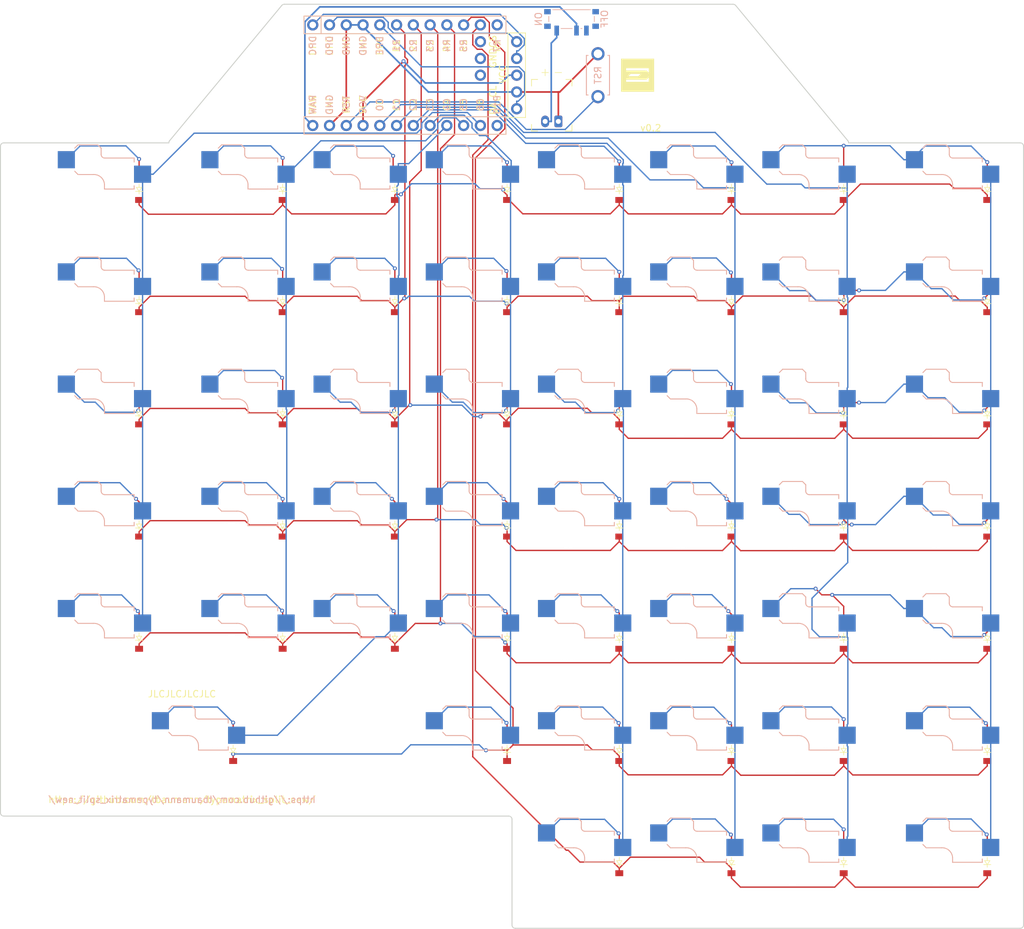
<source format=kicad_pcb>
(kicad_pcb
	(version 20240108)
	(generator "pcbnew")
	(generator_version "8.0")
	(general
		(thickness 1.6)
		(legacy_teardrops no)
	)
	(paper "A3")
	(title_block
		(title "right")
		(date "2024-10-01")
		(rev "v0.2")
		(company "Tilman Baumann")
	)
	(layers
		(0 "F.Cu" signal)
		(31 "B.Cu" signal)
		(32 "B.Adhes" user "B.Adhesive")
		(33 "F.Adhes" user "F.Adhesive")
		(34 "B.Paste" user)
		(35 "F.Paste" user)
		(36 "B.SilkS" user "B.Silkscreen")
		(37 "F.SilkS" user "F.Silkscreen")
		(38 "B.Mask" user)
		(39 "F.Mask" user)
		(40 "Dwgs.User" user "User.Drawings")
		(41 "Cmts.User" user "User.Comments")
		(42 "Eco1.User" user "User.Eco1")
		(43 "Eco2.User" user "User.Eco2")
		(44 "Edge.Cuts" user)
		(45 "Margin" user)
		(46 "B.CrtYd" user "B.Courtyard")
		(47 "F.CrtYd" user "F.Courtyard")
		(48 "B.Fab" user)
		(49 "F.Fab" user)
	)
	(setup
		(pad_to_mask_clearance 0.05)
		(allow_soldermask_bridges_in_footprints no)
		(pcbplotparams
			(layerselection 0x00010fc_ffffffff)
			(plot_on_all_layers_selection 0x0000000_00000000)
			(disableapertmacros no)
			(usegerberextensions no)
			(usegerberattributes yes)
			(usegerberadvancedattributes yes)
			(creategerberjobfile yes)
			(dashed_line_dash_ratio 12.000000)
			(dashed_line_gap_ratio 3.000000)
			(svgprecision 4)
			(plotframeref no)
			(viasonmask no)
			(mode 1)
			(useauxorigin no)
			(hpglpennumber 1)
			(hpglpenspeed 20)
			(hpglpendiameter 15.000000)
			(pdf_front_fp_property_popups yes)
			(pdf_back_fp_property_popups yes)
			(dxfpolygonmode yes)
			(dxfimperialunits yes)
			(dxfusepcbnewfont yes)
			(psnegative no)
			(psa4output no)
			(plotreference yes)
			(plotvalue yes)
			(plotfptext yes)
			(plotinvisibletext no)
			(sketchpadsonfab no)
			(subtractmaskfromsilk no)
			(outputformat 1)
			(mirror no)
			(drillshape 1)
			(scaleselection 1)
			(outputdirectory "")
		)
	)
	(net 0 "")
	(net 1 "mirror_q_bottom")
	(net 2 "C1")
	(net 3 "GND")
	(net 4 "mirror_q_home")
	(net 5 "mirror_q_top")
	(net 6 "mirror_q_num")
	(net 7 "mirror_q_f")
	(net 8 "mirror_w_bottom")
	(net 9 "C2")
	(net 10 "mirror_w_home")
	(net 11 "mirror_w_top")
	(net 12 "mirror_w_num")
	(net 13 "mirror_w_f")
	(net 14 "mirror_e_bottom")
	(net 15 "C3")
	(net 16 "mirror_e_home")
	(net 17 "mirror_e_top")
	(net 18 "mirror_e_num")
	(net 19 "mirror_e_f")
	(net 20 "mirror_r_bottom")
	(net 21 "C4")
	(net 22 "mirror_r_home")
	(net 23 "mirror_r_top")
	(net 24 "mirror_r_num")
	(net 25 "mirror_r_f")
	(net 26 "mirror_t_bottom")
	(net 27 "C5")
	(net 28 "mirror_t_home")
	(net 29 "mirror_t_top")
	(net 30 "mirror_t_num")
	(net 31 "mirror_t_f")
	(net 32 "mirror_one_down")
	(net 33 "C0")
	(net 34 "mirror_one_up")
	(net 35 "mirror_two_down")
	(net 36 "mirror_two_up")
	(net 37 "mirror_three_down")
	(net 38 "mirror_three_up")
	(net 39 "mirror_alt_space")
	(net 40 "mirror_sym_bottom")
	(net 41 "mirror_sym_home")
	(net 42 "mirror_sym_top")
	(net 43 "mirror_sym_num")
	(net 44 "mirror_sym_f")
	(net 45 "mirror_enter_bottom")
	(net 46 "C6")
	(net 47 "mirror_enter_home")
	(net 48 "mirror_enter_top")
	(net 49 "mirror_enter_num")
	(net 50 "mirror_enter_f")
	(net 51 "mirror_sym_ctl_down")
	(net 52 "C7")
	(net 53 "mirror_sym_ctl_up")
	(net 54 "mirror_space_space")
	(net 55 "R4")
	(net 56 "R3")
	(net 57 "R2")
	(net 58 "R1")
	(net 59 "R0")
	(net 60 "R6")
	(net 61 "R5")
	(net 62 "RAW")
	(net 63 "RST")
	(net 64 "VCC")
	(net 65 "P10")
	(net 66 "DPC")
	(net 67 "DPD")
	(net 68 "DPE")
	(net 69 "R7")
	(net 70 "P101")
	(net 71 "P102")
	(net 72 "P107")
	(net 73 "BAT_P")
	(footprint "ceoloide:diode_tht_sod123" (layer "F.Cu") (at 361 81.5 90))
	(footprint "ceoloide:diode_tht_sod123" (layer "F.Cu") (at 254.25 47.5 90))
	(footprint "ceoloide:diode_tht_sod123" (layer "F.Cu") (at 268.5 115.5 90))
	(footprint "ceoloide:diode_tht_sod123" (layer "F.Cu") (at 327 98.5 90))
	(footprint "ceoloide:diode_tht_sod123" (layer "F.Cu") (at 293 64.5 90))
	(footprint "ceoloide:diode_tht_sod123" (layer "F.Cu") (at 293 81.5 90))
	(footprint "ceoloide:diode_tht_sod123" (layer "F.Cu") (at 310 47.5 90))
	(footprint "ceoloide:diode_tht_sod123" (layer "F.Cu") (at 382.75 132.5 90))
	(footprint "ceoloide:diode_tht_sod123" (layer "F.Cu") (at 327 115.5 90))
	(footprint "ceoloide:diode_tht_sod123" (layer "F.Cu") (at 310 98.5 90))
	(footprint "ceoloide:diode_tht_sod123" (layer "F.Cu") (at 382.75 30.5 90))
	(footprint "ceoloide:display_nice_view" (layer "F.Cu") (at 294.76 13.25 90))
	(footprint "ceoloide:diode_tht_sod123" (layer "F.Cu") (at 382.75 47.5 90))
	(footprint "ceoloide:diode_tht_sod123" (layer "F.Cu") (at 254.25 98.5 90))
	(footprint "ceoloide:diode_tht_sod123" (layer "F.Cu") (at 382.75 64.5 90))
	(footprint "ceoloide:diode_tht_sod123" (layer "F.Cu") (at 361 30.5 90))
	(footprint "ceoloide:diode_tht_sod123" (layer "F.Cu") (at 310 64.5 90))
	(footprint "ceoloide:diode_tht_sod123" (layer "F.Cu") (at 310 81.5 90))
	(footprint "ceoloide:diode_tht_sod123" (layer "F.Cu") (at 344 47.5 90))
	(footprint "ceoloide:diode_tht_sod123" (layer "F.Cu") (at 276 30.5 90))
	(footprint "ceoloide:diode_tht_sod123" (layer "F.Cu") (at 382.75 81.5 90))
	(footprint "ceoloide:diode_tht_sod123" (layer "F.Cu") (at 344 64.5 90))
	(footprint "ceoloide:diode_tht_sod123" (layer "F.Cu") (at 361 98.5 90))
	(footprint "ceoloide:mcu_nice_nano" (layer "F.Cu") (at 293.26 13.25 90))
	(footprint "ceoloide:diode_tht_sod123" (layer "F.Cu") (at 327 81.5 90))
	(footprint "ceoloide:diode_tht_sod123" (layer "F.Cu") (at 327 30.5 90))
	(footprint "ceoloide:diode_tht_sod123" (layer "F.Cu") (at 361 115.5 90))
	(footprint "ceoloide:diode_tht_sod123" (layer "F.Cu") (at 276 81.5 90))
	(footprint "ceoloide:diode_tht_sod123" (layer "F.Cu") (at 254.25 81.5 90))
	(footprint "ceoloide:diode_tht_sod123" (layer "F.Cu") (at 293 47.5 90))
	(footprint "ceoloide:diode_tht_sod123" (layer "F.Cu") (at 310 115.5 90))
	(footprint "ceoloide:diode_tht_sod123" (layer "F.Cu") (at 327 132.5 90))
	(footprint "ceoloide:diode_tht_sod123" (layer "F.Cu") (at 276 64.5 90))
	(footprint "ceoloide:diode_tht_sod123" (layer "F.Cu") (at 310 30.5 90))
	(footprint "ceoloide:diode_tht_sod123" (layer "F.Cu") (at 327 64.5 90))
	(footprint "ceoloide:utility_ergogen_logo" (layer "F.Cu") (at 329.77 13.25))
	(footprint "ceoloide:diode_tht_sod123" (layer "F.Cu") (at 344 81.5 90))
	(footprint "ceoloide:diode_tht_sod123" (layer "F.Cu") (at 293 98.5 90))
	(footprint "ceoloide:diode_tht_sod123" (layer "F.Cu") (at 344 30.5 90))
	(footprint "ceoloide:diode_tht_sod123" (layer "F.Cu") (at 382.75 98.5 90))
	(footprint "ceoloide:diode_tht_sod123" (layer "F.Cu") (at 344 98.5 90))
	(footprint "ceoloide:battery_connector_jst_ph_2" (layer "F.Cu") (at 316.77 20.25 180))
	(footprint "ceoloide:diode_tht_sod123" (layer "F.Cu") (at 276 47.5 90))
	(footprint "ceoloide:diode_tht_sod123" (layer "F.Cu") (at 254.25 30.5 90))
	(footprint "ceoloide:diode_tht_sod123" (layer "F.Cu") (at 361 47.5 90))
	(footprint "ceoloide:diode_tht_sod123" (layer "F.Cu") (at 344 115.5 90))
	(footprint "ceoloide:diode_tht_sod123" (layer "F.Cu") (at 327 47.5 90))
	(footprint "ceoloide:diode_tht_sod123" (layer "F.Cu") (at 344 132.5 90))
	(footprint "ceoloide:diode_tht_sod123" (layer "F.Cu") (at 254.25 64.5 90))
	(footprint "ceoloide:diode_tht_sod123" (layer "F.Cu") (at 361 132.5 90))
	(footprint "ceoloide:diode_tht_sod123" (layer "F.Cu") (at 276 98.5 90))
	(footprint "ceoloide:diode_tht_sod123" (layer "F.Cu") (at 382.75 115.5 90))
	(footprint "ceoloide:diode_tht_sod123" (layer "F.Cu") (at 361 64.5 90))
	(footprint "ceoloide:diode_tht_sod123" (layer "F.Cu") (at 293 30.5 90))
	(footprint "ceoloide:switch_choc_v1_v2" (layer "B.Cu") (at 353.25 83))
	(footprint "ceoloide:switch_choc_v1_v2" (layer "B.Cu") (at 336.25 49))
	(footprint "ceoloide:switch_choc_v1_v2" (layer "B.Cu") (at 246.5 100))
	(footprint "ceoloide:switch_choc_v1_v2" (layer "B.Cu") (at 319.25 32))
	(footprint "ceoloide:switch_choc_v1_v2" (layer "B.Cu") (at 246.5 66))
	(footprint "ceoloide:switch_choc_v1_v2"
		(layer "B.Cu")
		(uuid "17b6c58e-a6a0-4932-a1f2-b780db9dbd36")
		(at 319.25 66)
		(property "Reference" "S8"
			(at 0 8.8 0)
			(layer "B.SilkS")
			(hide yes)
			(uuid "898017bd-69ed-4874-bd48-122ce05c3309")
			(effects
				(font
					(size 1 1)
					(thickness 0.15)
				)
			)
		)
		(property "Value" ""
			(at 0 0 0)
			(layer "F.Fab")
			(uuid "3fa222db-18c4-4222-9c35-fb42a193c812")
			(effects
				(font
					(size 1.27 1.27)
					(thickness 0.15)
				)
			)
		)
		(property "Footprint" ""
			(at 0 0 0)
			(layer "F.Fab")
			(hide yes)
			(uuid "78245ec1-13fd-4ada-a163-be14d2180a1b")
			(effects
				(font
					(size 1.27 1.27)
					(thickness 0.15)
				)
			)
		)
		(property "Datasheet" ""
			(at 0 0 0)
			(layer "F.Fab")
			(hide yes)
			(uuid "19f8329a-3302-4954-af21-428af023e979")
			(effects
				(font
					(size 1.27 1.27)
					(thickness 0.15)
				)
			)
		)
		(property "Description" ""
			(at 0 0 0)
			(layer "F.Fab")
			(hide yes)
			(uuid "bada2501-1fc3-46dc-aa6c-1b0cf491e905")
			(effects
				(font
					(size 1.27 1.27)
					(thickness 0.15)
				)
			)
		)
		(attr exclude_from_pos_files exclude_from_bom allow_soldermask_bridges)
		(fp_line
			(start -1.5 -8.2)
			(end -2 -7.7)
			(stroke
				(width 0.15)
				(type solid)
			)
			(layer "B.SilkS")
			(uuid "3ee366ac-e395-4044-af61-a610e047710d")
		)
		(fp_line
			(start -1.5 -3.7)
			(end -2 -4.2)
			(stroke
				(width 0.15)
				(type solid)
			)
			(layer "B.SilkS")
			(uuid "a33c4a52-742f-4639-92ba-0be6d7799986")
		)
		(fp_line
			(start 0.8 -3.7)
			(end -1.5 -3.7)
			(stroke
				(width 0.15)
				(type solid)
			)
			(layer "B.SilkS")
			(uuid "e1fecc4d-87b8-4a78-9d19-68bd2b628268")
		)
		(fp_line
			(start 1.5 -8.2)
			(end -1.5 -8.2)
			(stroke
				(width 0.15)
				(type solid)
			)
			(layer "B.SilkS")
			(uuid "2d6ad32e-d458-4dc8-9ff7-90030fb4f356")
		)
		(fp_line
			(start 2 -7.7)
			(end 1.5 -8.2)
			(stroke
				(width 0.15)
				(type solid)
			)
			(layer "B.SilkS")
			(uuid "d66671ae-fb2e-4365-b7f8-b9dcbda67da5")
		)
		(fp_line
			(start 2 -7.7)
			(end 2 -6.78)
			(stroke
				(width 0.15)
				(type solid)
			)
			(layer "B.SilkS")
			(uuid "3d2e1a7c-f8d1-40fb-965c-373d352e94b8")
		)
		(fp_line
			(start 2.5 -1.5)
			(end 2.5 -2.2)
			(stroke
				(width 0.15)
				(type solid)
			)
			(layer "B.SilkS")
			(uuid "00274974-4e55-4621-aa8a-575ef5e00bb9")
		)
		(fp_line
			(start 2.52 -6.2)
			(end 7 -6.2)
			(stroke
				(width 0.15)
				(type solid)
			)
			(layer "B.SilkS")
			(uuid "fc1051a7-6119-4d67-9478-d84f9c0cb3a2")
		)
		(fp_line
			(start 7 -6.2)
			(end 7 -5.6)
			(stroke
				(width 0.15)
				(type solid)
			)
			(layer "B.SilkS")
			(uuid "0f445611-8c45-4992-ab96-b66d270ccea6")
		)
		(fp_line
			(start 7 -2)
			(end 7 -1.5)
			(stroke
				(width 0.15)
				(type solid)
			)
			(layer "B.SilkS")
			(uuid "ff420c81-5eb1-4998-ba68-f0784b6f29a8")
		)
		(fp_line
			(start 7 -1.5)
			(end 2.5 -1.5)
			(stroke
				(width 0.15)
				(type solid)
			)
			(layer "B.SilkS")
			(uuid "64af4ac1-f54b-4b50-8111-dd4311e4b143")
		)
		(fp_arc
			(start 0.8 -3.7)
			(mid 1.956518 -3.312082)
			(end 2.5 -2.22)
			(stroke
				(width 0.15)
				(type solid)
			)
			(layer "B.SilkS")
			(uuid "3b1b2e22-315a-4039-bc52-877e437e5ea5")
		)
		(fp_arc
			(start 2.52 -6.2)
			(mid 2.139878 -6.382304)
			(end 2 -6.78)
			(stroke
				(width 0.15)
				(type solid)
			)
			(layer "B.SilkS")
			(uuid "dd4a0e73-8f31-4cd6-8a6d-c1476d5bc00f")
		)
		(fp_rect
			(start 8.25 8.25)
			(end -8.25 -8.25)
			(stroke
				(width 0.15)
				(type solid)
			)
			(fill none)
			(layer "Dwgs.User")
			(uuid "3a09a8f5-a224-451e-b497-7932b13d0ead")
		)
		(pad "" np_thru_hole circle
			(at -5.5 0)
			(size 1.9 1.9)
			(drill 1.9)
			(layers "*.Cu" "*.Mask")
			(
... [351675 chars truncated]
</source>
